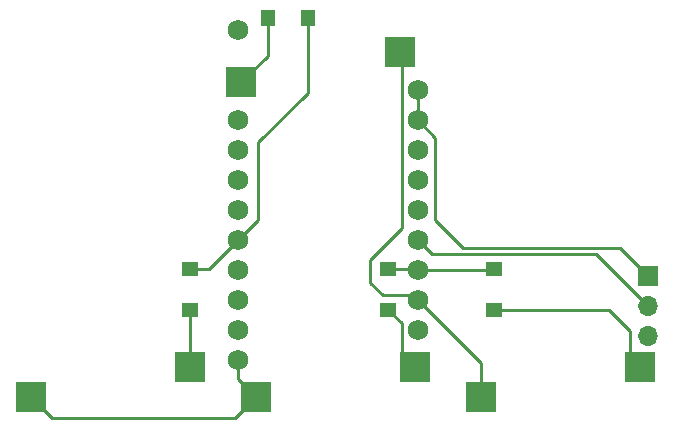
<source format=gbl>
G04 #@! TF.GenerationSoftware,KiCad,Pcbnew,(5.1.10)-1*
G04 #@! TF.CreationDate,2021-12-21T01:23:29-06:00*
G04 #@! TF.ProjectId,arrow,6172726f-772e-46b6-9963-61645f706362,rev?*
G04 #@! TF.SameCoordinates,Original*
G04 #@! TF.FileFunction,Copper,L2,Bot*
G04 #@! TF.FilePolarity,Positive*
%FSLAX46Y46*%
G04 Gerber Fmt 4.6, Leading zero omitted, Abs format (unit mm)*
G04 Created by KiCad (PCBNEW (5.1.10)-1) date 2021-12-21 01:23:29*
%MOMM*%
%LPD*%
G01*
G04 APERTURE LIST*
G04 #@! TA.AperFunction,ComponentPad*
%ADD10C,1.752600*%
G04 #@! TD*
G04 #@! TA.AperFunction,SMDPad,CuDef*
%ADD11R,2.550000X2.500000*%
G04 #@! TD*
G04 #@! TA.AperFunction,ComponentPad*
%ADD12O,1.700000X1.700000*%
G04 #@! TD*
G04 #@! TA.AperFunction,ComponentPad*
%ADD13R,1.700000X1.700000*%
G04 #@! TD*
G04 #@! TA.AperFunction,SMDPad,CuDef*
%ADD14R,1.400000X1.200000*%
G04 #@! TD*
G04 #@! TA.AperFunction,SMDPad,CuDef*
%ADD15R,1.200000X1.400000*%
G04 #@! TD*
G04 #@! TA.AperFunction,Conductor*
%ADD16C,0.250000*%
G04 #@! TD*
G04 APERTURE END LIST*
D10*
X227040000Y-128641250D03*
X227040000Y-131181250D03*
X227040000Y-133721250D03*
X227040000Y-136261250D03*
X227040000Y-138801250D03*
X227040000Y-141341250D03*
X227040000Y-143881250D03*
X227040000Y-146421250D03*
X227040000Y-148961250D03*
X211800000Y-151501250D03*
X211800000Y-148961250D03*
X211800000Y-146421250D03*
X211800000Y-143881250D03*
X211800000Y-141341250D03*
X211800000Y-138801250D03*
X211800000Y-136261250D03*
X211800000Y-133721250D03*
X211800000Y-131181250D03*
X211800000Y-123561250D03*
D11*
X245830000Y-152060000D03*
X232380000Y-154600000D03*
X226780000Y-152060000D03*
X213330000Y-154600000D03*
X212060000Y-127930000D03*
X225510000Y-125390000D03*
X207730000Y-152060000D03*
X194280000Y-154600000D03*
D12*
X246520000Y-149430000D03*
X246520000Y-146890000D03*
D13*
X246520000Y-144350000D03*
D14*
X233500000Y-143800000D03*
X233500000Y-147200000D03*
X224500000Y-143800000D03*
X224500000Y-147200000D03*
D15*
X217700000Y-122500000D03*
X214300000Y-122500000D03*
D14*
X207750000Y-143800000D03*
X207750000Y-147200000D03*
D16*
X207831250Y-143881250D02*
X207750000Y-143800000D01*
X209341250Y-143800000D02*
X211800000Y-141341250D01*
X207750000Y-143800000D02*
X209341250Y-143800000D01*
X213500000Y-133049002D02*
X217700000Y-128849002D01*
X213500000Y-139641250D02*
X213500000Y-133049002D01*
X217700000Y-128849002D02*
X217700000Y-122500000D01*
X211800000Y-141341250D02*
X213500000Y-139641250D01*
X207750000Y-152040000D02*
X207730000Y-152060000D01*
X207750000Y-147200000D02*
X207750000Y-152040000D01*
X214300000Y-125690000D02*
X212060000Y-127930000D01*
X214300000Y-122500000D02*
X214300000Y-125690000D01*
X227040000Y-141341250D02*
X227690625Y-141341250D01*
X226958750Y-143800000D02*
X227040000Y-143881250D01*
X224500000Y-143800000D02*
X226958750Y-143800000D01*
X233418750Y-143881250D02*
X233500000Y-143800000D01*
X227040000Y-143881250D02*
X233418750Y-143881250D01*
X225675001Y-150955001D02*
X226780000Y-152060000D01*
X225675001Y-148375001D02*
X225675001Y-150955001D01*
X224500000Y-147200000D02*
X225675001Y-148375001D01*
X245000000Y-151230000D02*
X245830000Y-152060000D01*
X245000000Y-149000000D02*
X245000000Y-151230000D01*
X243200000Y-147200000D02*
X245000000Y-149000000D01*
X233500000Y-147200000D02*
X243200000Y-147200000D01*
X228198750Y-142500000D02*
X242130000Y-142500000D01*
X242130000Y-142500000D02*
X246520000Y-146890000D01*
X227040000Y-141341250D02*
X228198750Y-142500000D01*
X227040000Y-128641250D02*
X227040000Y-131181250D01*
X227181250Y-131181250D02*
X227040000Y-131181250D01*
X244170000Y-142000000D02*
X246520000Y-144350000D01*
X230875160Y-142000000D02*
X244170000Y-142000000D01*
X228500000Y-139624840D02*
X230875160Y-142000000D01*
X228500000Y-132641250D02*
X228500000Y-139624840D01*
X227040000Y-131181250D02*
X228500000Y-132641250D01*
X211529999Y-156400001D02*
X213330000Y-154600000D01*
X196080001Y-156400001D02*
X211529999Y-156400001D01*
X194280000Y-154600000D02*
X196080001Y-156400001D01*
X211800000Y-153070000D02*
X213330000Y-154600000D01*
X211800000Y-151501250D02*
X211800000Y-153070000D01*
X232380000Y-154500000D02*
X232380000Y-154600000D01*
X225500000Y-125400000D02*
X225510000Y-125390000D01*
X225500000Y-125500000D02*
X225500000Y-125400000D01*
X225675001Y-125675001D02*
X225500000Y-125500000D01*
X225675001Y-140324999D02*
X225675001Y-125675001D01*
X223000000Y-143000000D02*
X225675001Y-140324999D01*
X223000000Y-144921250D02*
X223000000Y-143000000D01*
X224078750Y-146000000D02*
X223000000Y-144921250D01*
X226618750Y-146000000D02*
X224078750Y-146000000D01*
X227040000Y-146421250D02*
X226618750Y-146000000D01*
X232380000Y-151761250D02*
X232380000Y-154600000D01*
X227040000Y-146421250D02*
X232380000Y-151761250D01*
M02*

</source>
